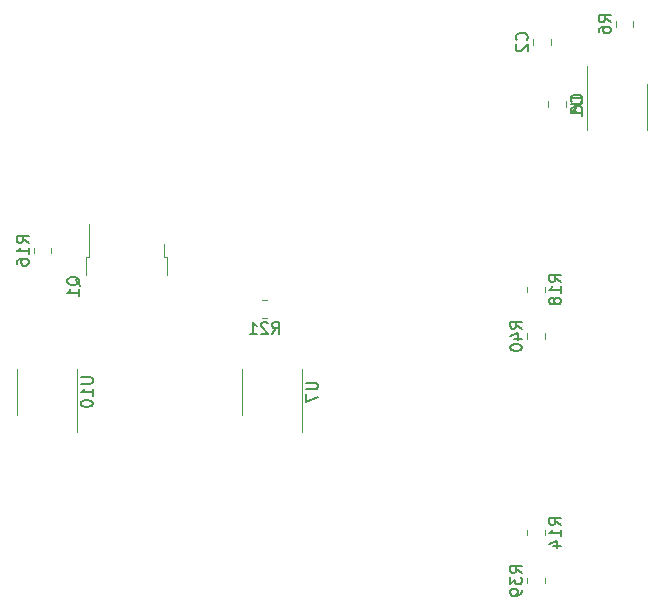
<source format=gbr>
%TF.GenerationSoftware,KiCad,Pcbnew,(5.1.12)-1*%
%TF.CreationDate,2021-11-16T18:17:41+08:00*%
%TF.ProjectId,CVModule,43564d6f-6475-46c6-952e-6b696361645f,rev?*%
%TF.SameCoordinates,Original*%
%TF.FileFunction,Legend,Bot*%
%TF.FilePolarity,Positive*%
%FSLAX46Y46*%
G04 Gerber Fmt 4.6, Leading zero omitted, Abs format (unit mm)*
G04 Created by KiCad (PCBNEW (5.1.12)-1) date 2021-11-16 18:17:41*
%MOMM*%
%LPD*%
G01*
G04 APERTURE LIST*
%ADD10C,0.120000*%
%ADD11C,0.150000*%
G04 APERTURE END LIST*
D10*
%TO.C,R40*%
X219937000Y-107595936D02*
X219937000Y-108050064D01*
X218467000Y-107595936D02*
X218467000Y-108050064D01*
%TO.C,R39*%
X219937000Y-128296936D02*
X219937000Y-128751064D01*
X218467000Y-128296936D02*
X218467000Y-128751064D01*
%TO.C,C2*%
X220445000Y-82648248D02*
X220445000Y-83170752D01*
X218975000Y-82648248D02*
X218975000Y-83170752D01*
%TO.C,C6*%
X221715000Y-88420752D02*
X221715000Y-87898248D01*
X220245000Y-88420752D02*
X220245000Y-87898248D01*
%TO.C,Q1*%
X187711000Y-101162000D02*
X187711000Y-100062000D01*
X187981000Y-101162000D02*
X187711000Y-101162000D01*
X187981000Y-102662000D02*
X187981000Y-101162000D01*
X181351000Y-101162000D02*
X181351000Y-98332000D01*
X181081000Y-101162000D02*
X181351000Y-101162000D01*
X181081000Y-102662000D02*
X181081000Y-101162000D01*
%TO.C,R6*%
X227430000Y-81179936D02*
X227430000Y-81634064D01*
X225960000Y-81179936D02*
X225960000Y-81634064D01*
%TO.C,R14*%
X219937000Y-124687064D02*
X219937000Y-124232936D01*
X218467000Y-124687064D02*
X218467000Y-124232936D01*
%TO.C,R16*%
X176684000Y-100356936D02*
X176684000Y-100811064D01*
X178154000Y-100356936D02*
X178154000Y-100811064D01*
%TO.C,R18*%
X219937000Y-104097064D02*
X219937000Y-103642936D01*
X218467000Y-104097064D02*
X218467000Y-103642936D01*
%TO.C,R21*%
X195987936Y-104802000D02*
X196442064Y-104802000D01*
X195987936Y-106272000D02*
X196442064Y-106272000D01*
%TO.C,U1*%
X223500000Y-88392000D02*
X223500000Y-84942000D01*
X223500000Y-88392000D02*
X223500000Y-90342000D01*
X228620000Y-88392000D02*
X228620000Y-86442000D01*
X228620000Y-88392000D02*
X228620000Y-90342000D01*
%TO.C,U7*%
X199410000Y-112522000D02*
X199410000Y-115972000D01*
X199410000Y-112522000D02*
X199410000Y-110572000D01*
X194290000Y-112522000D02*
X194290000Y-114472000D01*
X194290000Y-112522000D02*
X194290000Y-110572000D01*
%TO.C,U10*%
X175240000Y-112522000D02*
X175240000Y-110572000D01*
X175240000Y-112522000D02*
X175240000Y-114472000D01*
X180360000Y-112522000D02*
X180360000Y-110572000D01*
X180360000Y-112522000D02*
X180360000Y-115972000D01*
%TO.C,R40*%
D11*
X218004380Y-107180142D02*
X217528190Y-106846809D01*
X218004380Y-106608714D02*
X217004380Y-106608714D01*
X217004380Y-106989666D01*
X217052000Y-107084904D01*
X217099619Y-107132523D01*
X217194857Y-107180142D01*
X217337714Y-107180142D01*
X217432952Y-107132523D01*
X217480571Y-107084904D01*
X217528190Y-106989666D01*
X217528190Y-106608714D01*
X217337714Y-108037285D02*
X218004380Y-108037285D01*
X216956761Y-107799190D02*
X217671047Y-107561095D01*
X217671047Y-108180142D01*
X217004380Y-108751571D02*
X217004380Y-108846809D01*
X217052000Y-108942047D01*
X217099619Y-108989666D01*
X217194857Y-109037285D01*
X217385333Y-109084904D01*
X217623428Y-109084904D01*
X217813904Y-109037285D01*
X217909142Y-108989666D01*
X217956761Y-108942047D01*
X218004380Y-108846809D01*
X218004380Y-108751571D01*
X217956761Y-108656333D01*
X217909142Y-108608714D01*
X217813904Y-108561095D01*
X217623428Y-108513476D01*
X217385333Y-108513476D01*
X217194857Y-108561095D01*
X217099619Y-108608714D01*
X217052000Y-108656333D01*
X217004380Y-108751571D01*
%TO.C,R39*%
X218004380Y-127881142D02*
X217528190Y-127547809D01*
X218004380Y-127309714D02*
X217004380Y-127309714D01*
X217004380Y-127690666D01*
X217052000Y-127785904D01*
X217099619Y-127833523D01*
X217194857Y-127881142D01*
X217337714Y-127881142D01*
X217432952Y-127833523D01*
X217480571Y-127785904D01*
X217528190Y-127690666D01*
X217528190Y-127309714D01*
X217004380Y-128214476D02*
X217004380Y-128833523D01*
X217385333Y-128500190D01*
X217385333Y-128643047D01*
X217432952Y-128738285D01*
X217480571Y-128785904D01*
X217575809Y-128833523D01*
X217813904Y-128833523D01*
X217909142Y-128785904D01*
X217956761Y-128738285D01*
X218004380Y-128643047D01*
X218004380Y-128357333D01*
X217956761Y-128262095D01*
X217909142Y-128214476D01*
X218004380Y-129309714D02*
X218004380Y-129500190D01*
X217956761Y-129595428D01*
X217909142Y-129643047D01*
X217766285Y-129738285D01*
X217575809Y-129785904D01*
X217194857Y-129785904D01*
X217099619Y-129738285D01*
X217052000Y-129690666D01*
X217004380Y-129595428D01*
X217004380Y-129404952D01*
X217052000Y-129309714D01*
X217099619Y-129262095D01*
X217194857Y-129214476D01*
X217432952Y-129214476D01*
X217528190Y-129262095D01*
X217575809Y-129309714D01*
X217623428Y-129404952D01*
X217623428Y-129595428D01*
X217575809Y-129690666D01*
X217528190Y-129738285D01*
X217432952Y-129785904D01*
%TO.C,C2*%
X218387142Y-82742833D02*
X218434761Y-82695214D01*
X218482380Y-82552357D01*
X218482380Y-82457119D01*
X218434761Y-82314261D01*
X218339523Y-82219023D01*
X218244285Y-82171404D01*
X218053809Y-82123785D01*
X217910952Y-82123785D01*
X217720476Y-82171404D01*
X217625238Y-82219023D01*
X217530000Y-82314261D01*
X217482380Y-82457119D01*
X217482380Y-82552357D01*
X217530000Y-82695214D01*
X217577619Y-82742833D01*
X217577619Y-83123785D02*
X217530000Y-83171404D01*
X217482380Y-83266642D01*
X217482380Y-83504738D01*
X217530000Y-83599976D01*
X217577619Y-83647595D01*
X217672857Y-83695214D01*
X217768095Y-83695214D01*
X217910952Y-83647595D01*
X218482380Y-83076166D01*
X218482380Y-83695214D01*
%TO.C,C6*%
X223017142Y-87992833D02*
X223064761Y-87945214D01*
X223112380Y-87802357D01*
X223112380Y-87707119D01*
X223064761Y-87564261D01*
X222969523Y-87469023D01*
X222874285Y-87421404D01*
X222683809Y-87373785D01*
X222540952Y-87373785D01*
X222350476Y-87421404D01*
X222255238Y-87469023D01*
X222160000Y-87564261D01*
X222112380Y-87707119D01*
X222112380Y-87802357D01*
X222160000Y-87945214D01*
X222207619Y-87992833D01*
X222112380Y-88849976D02*
X222112380Y-88659500D01*
X222160000Y-88564261D01*
X222207619Y-88516642D01*
X222350476Y-88421404D01*
X222540952Y-88373785D01*
X222921904Y-88373785D01*
X223017142Y-88421404D01*
X223064761Y-88469023D01*
X223112380Y-88564261D01*
X223112380Y-88754738D01*
X223064761Y-88849976D01*
X223017142Y-88897595D01*
X222921904Y-88945214D01*
X222683809Y-88945214D01*
X222588571Y-88897595D01*
X222540952Y-88849976D01*
X222493333Y-88754738D01*
X222493333Y-88564261D01*
X222540952Y-88469023D01*
X222588571Y-88421404D01*
X222683809Y-88373785D01*
%TO.C,Q1*%
X180578619Y-103536761D02*
X180531000Y-103441523D01*
X180435761Y-103346285D01*
X180292904Y-103203428D01*
X180245285Y-103108190D01*
X180245285Y-103012952D01*
X180483380Y-103060571D02*
X180435761Y-102965333D01*
X180340523Y-102870095D01*
X180150047Y-102822476D01*
X179816714Y-102822476D01*
X179626238Y-102870095D01*
X179531000Y-102965333D01*
X179483380Y-103060571D01*
X179483380Y-103251047D01*
X179531000Y-103346285D01*
X179626238Y-103441523D01*
X179816714Y-103489142D01*
X180150047Y-103489142D01*
X180340523Y-103441523D01*
X180435761Y-103346285D01*
X180483380Y-103251047D01*
X180483380Y-103060571D01*
X180483380Y-104441523D02*
X180483380Y-103870095D01*
X180483380Y-104155809D02*
X179483380Y-104155809D01*
X179626238Y-104060571D01*
X179721476Y-103965333D01*
X179769095Y-103870095D01*
%TO.C,R6*%
X225497380Y-81240333D02*
X225021190Y-80907000D01*
X225497380Y-80668904D02*
X224497380Y-80668904D01*
X224497380Y-81049857D01*
X224545000Y-81145095D01*
X224592619Y-81192714D01*
X224687857Y-81240333D01*
X224830714Y-81240333D01*
X224925952Y-81192714D01*
X224973571Y-81145095D01*
X225021190Y-81049857D01*
X225021190Y-80668904D01*
X224497380Y-82097476D02*
X224497380Y-81907000D01*
X224545000Y-81811761D01*
X224592619Y-81764142D01*
X224735476Y-81668904D01*
X224925952Y-81621285D01*
X225306904Y-81621285D01*
X225402142Y-81668904D01*
X225449761Y-81716523D01*
X225497380Y-81811761D01*
X225497380Y-82002238D01*
X225449761Y-82097476D01*
X225402142Y-82145095D01*
X225306904Y-82192714D01*
X225068809Y-82192714D01*
X224973571Y-82145095D01*
X224925952Y-82097476D01*
X224878333Y-82002238D01*
X224878333Y-81811761D01*
X224925952Y-81716523D01*
X224973571Y-81668904D01*
X225068809Y-81621285D01*
%TO.C,R14*%
X221304380Y-123817142D02*
X220828190Y-123483809D01*
X221304380Y-123245714D02*
X220304380Y-123245714D01*
X220304380Y-123626666D01*
X220352000Y-123721904D01*
X220399619Y-123769523D01*
X220494857Y-123817142D01*
X220637714Y-123817142D01*
X220732952Y-123769523D01*
X220780571Y-123721904D01*
X220828190Y-123626666D01*
X220828190Y-123245714D01*
X221304380Y-124769523D02*
X221304380Y-124198095D01*
X221304380Y-124483809D02*
X220304380Y-124483809D01*
X220447238Y-124388571D01*
X220542476Y-124293333D01*
X220590095Y-124198095D01*
X220637714Y-125626666D02*
X221304380Y-125626666D01*
X220256761Y-125388571D02*
X220971047Y-125150476D01*
X220971047Y-125769523D01*
%TO.C,R16*%
X176221380Y-99941142D02*
X175745190Y-99607809D01*
X176221380Y-99369714D02*
X175221380Y-99369714D01*
X175221380Y-99750666D01*
X175269000Y-99845904D01*
X175316619Y-99893523D01*
X175411857Y-99941142D01*
X175554714Y-99941142D01*
X175649952Y-99893523D01*
X175697571Y-99845904D01*
X175745190Y-99750666D01*
X175745190Y-99369714D01*
X176221380Y-100893523D02*
X176221380Y-100322095D01*
X176221380Y-100607809D02*
X175221380Y-100607809D01*
X175364238Y-100512571D01*
X175459476Y-100417333D01*
X175507095Y-100322095D01*
X175221380Y-101750666D02*
X175221380Y-101560190D01*
X175269000Y-101464952D01*
X175316619Y-101417333D01*
X175459476Y-101322095D01*
X175649952Y-101274476D01*
X176030904Y-101274476D01*
X176126142Y-101322095D01*
X176173761Y-101369714D01*
X176221380Y-101464952D01*
X176221380Y-101655428D01*
X176173761Y-101750666D01*
X176126142Y-101798285D01*
X176030904Y-101845904D01*
X175792809Y-101845904D01*
X175697571Y-101798285D01*
X175649952Y-101750666D01*
X175602333Y-101655428D01*
X175602333Y-101464952D01*
X175649952Y-101369714D01*
X175697571Y-101322095D01*
X175792809Y-101274476D01*
%TO.C,R18*%
X221304380Y-103227142D02*
X220828190Y-102893809D01*
X221304380Y-102655714D02*
X220304380Y-102655714D01*
X220304380Y-103036666D01*
X220352000Y-103131904D01*
X220399619Y-103179523D01*
X220494857Y-103227142D01*
X220637714Y-103227142D01*
X220732952Y-103179523D01*
X220780571Y-103131904D01*
X220828190Y-103036666D01*
X220828190Y-102655714D01*
X221304380Y-104179523D02*
X221304380Y-103608095D01*
X221304380Y-103893809D02*
X220304380Y-103893809D01*
X220447238Y-103798571D01*
X220542476Y-103703333D01*
X220590095Y-103608095D01*
X220732952Y-104750952D02*
X220685333Y-104655714D01*
X220637714Y-104608095D01*
X220542476Y-104560476D01*
X220494857Y-104560476D01*
X220399619Y-104608095D01*
X220352000Y-104655714D01*
X220304380Y-104750952D01*
X220304380Y-104941428D01*
X220352000Y-105036666D01*
X220399619Y-105084285D01*
X220494857Y-105131904D01*
X220542476Y-105131904D01*
X220637714Y-105084285D01*
X220685333Y-105036666D01*
X220732952Y-104941428D01*
X220732952Y-104750952D01*
X220780571Y-104655714D01*
X220828190Y-104608095D01*
X220923428Y-104560476D01*
X221113904Y-104560476D01*
X221209142Y-104608095D01*
X221256761Y-104655714D01*
X221304380Y-104750952D01*
X221304380Y-104941428D01*
X221256761Y-105036666D01*
X221209142Y-105084285D01*
X221113904Y-105131904D01*
X220923428Y-105131904D01*
X220828190Y-105084285D01*
X220780571Y-105036666D01*
X220732952Y-104941428D01*
%TO.C,R21*%
X196857857Y-107639380D02*
X197191190Y-107163190D01*
X197429285Y-107639380D02*
X197429285Y-106639380D01*
X197048333Y-106639380D01*
X196953095Y-106687000D01*
X196905476Y-106734619D01*
X196857857Y-106829857D01*
X196857857Y-106972714D01*
X196905476Y-107067952D01*
X196953095Y-107115571D01*
X197048333Y-107163190D01*
X197429285Y-107163190D01*
X196476904Y-106734619D02*
X196429285Y-106687000D01*
X196334047Y-106639380D01*
X196095952Y-106639380D01*
X196000714Y-106687000D01*
X195953095Y-106734619D01*
X195905476Y-106829857D01*
X195905476Y-106925095D01*
X195953095Y-107067952D01*
X196524523Y-107639380D01*
X195905476Y-107639380D01*
X194953095Y-107639380D02*
X195524523Y-107639380D01*
X195238809Y-107639380D02*
X195238809Y-106639380D01*
X195334047Y-106782238D01*
X195429285Y-106877476D01*
X195524523Y-106925095D01*
%TO.C,U1*%
X222112380Y-87630095D02*
X222921904Y-87630095D01*
X223017142Y-87677714D01*
X223064761Y-87725333D01*
X223112380Y-87820571D01*
X223112380Y-88011047D01*
X223064761Y-88106285D01*
X223017142Y-88153904D01*
X222921904Y-88201523D01*
X222112380Y-88201523D01*
X223112380Y-89201523D02*
X223112380Y-88630095D01*
X223112380Y-88915809D02*
X222112380Y-88915809D01*
X222255238Y-88820571D01*
X222350476Y-88725333D01*
X222398095Y-88630095D01*
%TO.C,U7*%
X199702380Y-111760095D02*
X200511904Y-111760095D01*
X200607142Y-111807714D01*
X200654761Y-111855333D01*
X200702380Y-111950571D01*
X200702380Y-112141047D01*
X200654761Y-112236285D01*
X200607142Y-112283904D01*
X200511904Y-112331523D01*
X199702380Y-112331523D01*
X199702380Y-112712476D02*
X199702380Y-113379142D01*
X200702380Y-112950571D01*
%TO.C,U10*%
X180652380Y-111283904D02*
X181461904Y-111283904D01*
X181557142Y-111331523D01*
X181604761Y-111379142D01*
X181652380Y-111474380D01*
X181652380Y-111664857D01*
X181604761Y-111760095D01*
X181557142Y-111807714D01*
X181461904Y-111855333D01*
X180652380Y-111855333D01*
X181652380Y-112855333D02*
X181652380Y-112283904D01*
X181652380Y-112569619D02*
X180652380Y-112569619D01*
X180795238Y-112474380D01*
X180890476Y-112379142D01*
X180938095Y-112283904D01*
X180652380Y-113474380D02*
X180652380Y-113569619D01*
X180700000Y-113664857D01*
X180747619Y-113712476D01*
X180842857Y-113760095D01*
X181033333Y-113807714D01*
X181271428Y-113807714D01*
X181461904Y-113760095D01*
X181557142Y-113712476D01*
X181604761Y-113664857D01*
X181652380Y-113569619D01*
X181652380Y-113474380D01*
X181604761Y-113379142D01*
X181557142Y-113331523D01*
X181461904Y-113283904D01*
X181271428Y-113236285D01*
X181033333Y-113236285D01*
X180842857Y-113283904D01*
X180747619Y-113331523D01*
X180700000Y-113379142D01*
X180652380Y-113474380D01*
%TD*%
M02*

</source>
